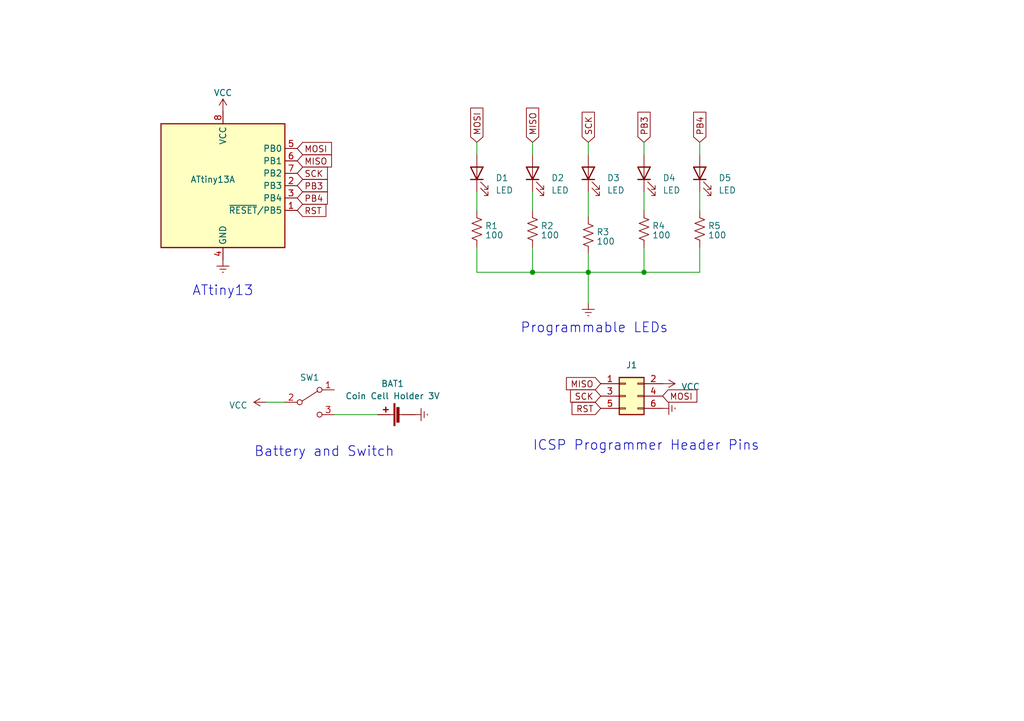
<source format=kicad_sch>
(kicad_sch (version 20230121) (generator eeschema)
  (paper "A5")
  (title_block (title "Programmable ICSP Star Necklace") (date "2024-03-22") (rev "1") (company "Angelina Tsuboi"))
  (lib_symbols
    (symbol "Connector_Generic:Conn_02x03_Odd_Even" (pin_names (offset 1.016) hide)
      (property "Reference" "J" (at 1.27 5.08 0))
      (property "Value" "Conn_02x03_Odd_Even" (at 1.27 -5.08 0))
      (symbol "Conn_02x03_Odd_Even_1_1"
        (rectangle (start -1.27 -2.413) (end 0 -2.667) (stroke (width 0.1524)))
        (rectangle (start -1.27 0.127) (end 0 -0.127) (stroke (width 0.1524)))
        (rectangle (start -1.27 2.667) (end 0 2.413) (stroke (width 0.1524)))
        (rectangle (start -1.27 3.81) (end 3.81 -3.81) (stroke (width 0.254)) (fill (type background)))
        (rectangle (start 3.81 -2.413) (end 2.54 -2.667) (stroke (width 0.1524)))
        (rectangle (start 3.81 0.127) (end 2.54 -0.127) (stroke (width 0.1524)))
        (rectangle (start 3.81 2.667) (end 2.54 2.413) (stroke (width 0.1524)))
        (pin passive line (at -5.08 2.54 0) (length 3.81) (name "Pin_1") (number "1"))
        (pin passive line (at 7.62 2.54 180) (length 3.81) (name "Pin_2") (number "2"))
        (pin passive line (at -5.08 0 0) (length 3.81) (name "Pin_3") (number "3"))
        (pin passive line (at 7.62 0 180) (length 3.81) (name "Pin_4") (number "4"))
        (pin passive line (at -5.08 -2.54 0) (length 3.81) (name "Pin_5") (number "5"))
        (pin passive line (at 7.62 -2.54 180) (length 3.81) (name "Pin_6") (number "6"))
      )
    )
    (symbol "Device:Battery_Cell" (pin_numbers hide) (pin_names (offset 0) hide)
      (property "Reference" "BT" (at 2.54 2.54 0))
      (property "Value" "Battery_Cell" (at 2.54 0 0))
      (symbol "Battery_Cell_0_1"
        (rectangle (start -2.286 1.778) (end 2.286 1.524) (fill (type outline)))
        (rectangle (start -1.5748 1.1938) (end 1.4732 0.6858) (fill (type outline)))
        (polyline (pts (xy 0 0.762) (xy 0 0)))
        (polyline (pts (xy 0 1.778) (xy 0 2.54)))
        (polyline (pts (xy 0.508 3.429) (xy 1.524 3.429)) (stroke (width 0.254)))
        (polyline (pts (xy 1.016 3.937) (xy 1.016 2.921)) (stroke (width 0.254)))
      )
      (symbol "Battery_Cell_1_1"
        (pin passive line (at 0 5.08 270) (length 2.54) (name "+") (number "1"))
        (pin passive line (at 0 -2.54 90) (length 2.54) (name "-") (number "2"))
      )
    )
    (symbol "Device:LED" (pin_numbers hide) (pin_names (offset 1.016) hide)
      (property "Reference" "D" (at 0 2.54 0))
      (property "Value" "LED" (at 0 -2.54 0))
      (symbol "LED_0_1"
        (polyline (pts (xy -1.27 -1.27) (xy -1.27 1.27)) (stroke (width 0.254)))
        (polyline (pts (xy -1.27 0) (xy 1.27 0)))
        (polyline (pts (xy 1.27 -1.27) (xy 1.27 1.27) (xy -1.27 0) (xy 1.27 -1.27)) (stroke (width 0.254)))
        (polyline (pts (xy -3.048 -0.762) (xy -4.572 -2.286) (xy -3.81 -2.286) (xy -4.572 -2.286) (xy -4.572 -1.524)))
        (polyline (pts (xy -1.778 -0.762) (xy -3.302 -2.286) (xy -2.54 -2.286) (xy -3.302 -2.286) (xy -3.302 -1.524)))
      )
      (symbol "LED_1_1"
        (pin passive line (at -3.81 0 0) (length 2.54) (name "K") (number "1"))
        (pin passive line (at 3.81 0 180) (length 2.54) (name "A") (number "2"))
      )
    )
    (symbol "Device:R_US" (pin_numbers hide) (pin_names (offset 0))
      (property "Reference" "R" (at 2.54 0 90))
      (property "Value" "R_US" (at -2.54 0 90))
      (symbol "R_US_0_1"
        (polyline (pts (xy 0 -2.286) (xy 0 -2.54)))
        (polyline (pts (xy 0 2.286) (xy 0 2.54)))
        (polyline (pts (xy 0 -0.762) (xy 1.016 -1.143) (xy 0 -1.524) (xy -1.016 -1.905) (xy 0 -2.286)))
        (polyline (pts (xy 0 0.762) (xy 1.016 0.381) (xy 0 0) (xy -1.016 -0.381) (xy 0 -0.762)))
        (polyline (pts (xy 0 2.286) (xy 1.016 1.905) (xy 0 1.524) (xy -1.016 1.143) (xy 0 0.762)))
      )
      (symbol "R_US_1_1"
        (pin passive line (at 0 3.81 270) (length 1.27) (name "~") (number "1"))
        (pin passive line (at 0 -3.81 90) (length 1.27) (name "~") (number "2"))
      )
    )
    (symbol "MCU_Microchip_ATtiny:ATtiny13A-SS"
      (property "Reference" "U" (at -12.7 13.97 0))
      (property "Value" "ATtiny13A-SS" (at 2.54 -13.97 0))
      (symbol "ATtiny13A-SS_0_1"
        (rectangle (start -12.7 -12.7) (end 12.7 12.7) (stroke (width 0.254)) (fill (type background)))
      )
      (symbol "ATtiny13A-SS_1_1"
        (pin bidirectional line (at 15.24 -5.08 180) (length 2.54) (name "~{RESET}/PB5") (number "1"))
        (pin bidirectional line (at 15.24 0 180) (length 2.54) (name "PB3") (number "2"))
        (pin bidirectional line (at 15.24 -2.54 180) (length 2.54) (name "PB4") (number "3"))
        (pin power_in line (at 0 -15.24 90) (length 2.54) (name "GND") (number "4"))
        (pin bidirectional line (at 15.24 7.62 180) (length 2.54) (name "PB0") (number "5"))
        (pin bidirectional line (at 15.24 5.08 180) (length 2.54) (name "PB1") (number "6"))
        (pin bidirectional line (at 15.24 2.54 180) (length 2.54) (name "PB2") (number "7"))
        (pin power_in line (at 0 15.24 270) (length 2.54) (name "VCC") (number "8"))
      )
    )
    (symbol "Switch:SW_SPDT" (pin_names (offset 0) hide)
      (property "Reference" "SW" (at 0 4.318 0))
      (property "Value" "SW_SPDT" (at 0 -5.08 0))
      (symbol "SW_SPDT_0_0"
        (circle (center -2.032 0) (radius 0.508))
        (circle (center 2.032 -2.54) (radius 0.508))
      )
      (symbol "SW_SPDT_0_1"
        (polyline (pts (xy -1.524 0.254) (xy 1.651 2.286)))
        (circle (center 2.032 2.54) (radius 0.508))
      )
      (symbol "SW_SPDT_1_1"
        (pin passive line (at 5.08 2.54 180) (length 2.54) (name "A") (number "1"))
        (pin passive line (at -5.08 0 0) (length 2.54) (name "B") (number "2"))
        (pin passive line (at 5.08 -2.54 180) (length 2.54) (name "C") (number "3"))
      )
    )
    (symbol "power:GNDREF" (power) (pin_names (offset 0))
      (property "Value" "GNDREF" (at 0 -3.81 0))
      (symbol "GNDREF_0_1"
        (polyline (pts (xy -0.635 -1.905) (xy 0.635 -1.905)))
        (polyline (pts (xy -0.127 -2.54) (xy 0.127 -2.54)))
        (polyline (pts (xy 0 -1.27) (xy 0 0)))
        (polyline (pts (xy 1.27 -1.27) (xy -1.27 -1.27)))
      )
      (symbol "GNDREF_1_1"
        (pin power_in line (at 0 0 270) (length 0) hide (name "GNDREF") (number "1"))
      )
    )
    (symbol "power:VCC" (power) (pin_names (offset 0))
      (property "Value" "VCC" (at 0 3.81 0))
      (symbol "VCC_0_1"
        (polyline (pts (xy -0.762 1.27) (xy 0 2.54)))
        (polyline (pts (xy 0 0) (xy 0 2.54)))
        (polyline (pts (xy 0 2.54) (xy 0.762 1.27)))
      )
      (symbol "VCC_1_1"
        (pin power_in line (at 0 0 90) (length 0) hide (name "VCC") (number "1"))
      )
    )
  )
  (junction (at 109.22 55.88))
  (junction (at 132.08 55.88))
  (junction (at 120.65 55.88))
  (wire (pts (xy 109.22 50.8) (xy 109.22 55.88)))
  (wire (pts (xy 143.51 50.8) (xy 143.51 55.88)))
  (wire (pts (xy 109.22 43.18) (xy 109.22 39.37)))
  (wire (pts (xy 120.65 52.07) (xy 120.65 55.88)))
  (wire (pts (xy 132.08 39.37) (xy 132.08 43.18)))
  (wire (pts (xy 97.79 39.37) (xy 97.79 43.18)))
  (wire (pts (xy 109.22 29.21) (xy 109.22 31.75)))
  (wire (pts (xy 143.51 29.21) (xy 143.51 31.75)))
  (wire (pts (xy 120.65 55.88) (xy 132.08 55.88)))
  (wire (pts (xy 132.08 55.88) (xy 143.51 55.88)))
  (wire (pts (xy 120.65 39.37) (xy 120.65 44.45)))
  (wire (pts (xy 54.61 82.55) (xy 58.42 82.55)))
  (wire (pts (xy 97.79 31.75) (xy 97.79 29.21)))
  (wire (pts (xy 109.22 55.88) (xy 120.65 55.88)))
  (wire (pts (xy 120.65 29.21) (xy 120.65 31.75)))
  (wire (pts (xy 120.65 55.88) (xy 120.65 62.23)))
  (wire (pts (xy 132.08 29.21) (xy 132.08 31.75)))
  (wire (pts (xy 97.79 50.8) (xy 97.79 55.88)))
  (wire (pts (xy 68.58 85.09) (xy 77.47 85.09)))
  (wire (pts (xy 132.08 50.8) (xy 132.08 55.88)))
  (wire (pts (xy 97.79 55.88) (xy 109.22 55.88)))
  (wire (pts (xy 143.51 39.37) (xy 143.51 43.18)))
  (text "ICSP Programmer Header Pins\n" (at 109.22 92.71 0) (effects (font (size 2 2)) (justify left bottom)))
  (text "ATtiny13\n" (at 39.37 60.96 0) (effects (font (size 2 2)) (justify left bottom)))
  (text "Programmable LEDs\n" (at 106.68 68.58 0) (effects (font (size 2 2)) (justify left bottom)))
  (text "Battery and Switch\n" (at 52.07 93.98 0) (effects (font (size 2 2)) (justify left bottom)))
  (global_label "MOSI" (shape input) (at 60.96 30.48 0) (property "Intersheetrefs" "${INTERSHEET_REFS}" (effects hide)))
  (global_label "MISO" (shape input) (at 123.19 78.74 180) (property "Intersheetrefs" "${INTERSHEET_REFS}" (effects hide)))
  (global_label "RST" (shape input) (at 60.96 43.18 0) (property "Intersheetrefs" "${INTERSHEET_REFS}" (effects hide)))
  (global_label "PB3" (shape input) (at 132.08 29.21 90) (property "Intersheetrefs" "${INTERSHEET_REFS}" (effects hide)))
  (global_label "SCK" (shape input) (at 60.96 35.56 0) (property "Intersheetrefs" "${INTERSHEET_REFS}" (effects hide)))
  (global_label "MISO" (shape input) (at 60.96 33.02 0) (property "Intersheetrefs" "${INTERSHEET_REFS}" (effects hide)))
  (global_label "MOSI" (shape input) (at 135.89 81.28 0) (property "Intersheetrefs" "${INTERSHEET_REFS}" (effects hide)))
  (global_label "MOSI" (shape input) (at 97.79 29.21 90) (property "Intersheetrefs" "${INTERSHEET_REFS}" (effects hide)))
  (global_label "PB4" (shape input) (at 60.96 40.64 0) (property "Intersheetrefs" "${INTERSHEET_REFS}" (effects hide)))
  (global_label "SCK" (shape input) (at 123.19 81.28 180) (property "Intersheetrefs" "${INTERSHEET_REFS}" (effects hide)))
  (global_label "SCK" (shape input) (at 120.65 29.21 90) (property "Intersheetrefs" "${INTERSHEET_REFS}" (effects hide)))
  (global_label "PB4" (shape input) (at 143.51 29.21 90) (property "Intersheetrefs" "${INTERSHEET_REFS}" (effects hide)))
  (global_label "PB3" (shape input) (at 60.96 38.1 0) (property "Intersheetrefs" "${INTERSHEET_REFS}" (effects hide)))
  (global_label "RST" (shape input) (at 123.19 83.82 180) (property "Intersheetrefs" "${INTERSHEET_REFS}" (effects hide)))
  (global_label "MISO" (shape input) (at 109.22 29.21 90) (property "Intersheetrefs" "${INTERSHEET_REFS}" (effects hide)))
  (symbol (lib_id "Device:R_US") (at 132.08 46.99 0) (unit 1)
    (property "Reference" "R4" (at 133.731 46.3463 0) (effects (justify left)))
    (property "Value" "100" (at 133.731 48.2673 0) (effects (justify left)))
    (property "Footprint" "Resistor_SMD:R_0805_2012Metric" (effects hide))
  )
  (symbol (lib_id "Device:R_US") (at 109.22 46.99 0) (unit 1)
    (property "Reference" "R2" (at 110.871 46.3463 0) (effects (justify left)))
    (property "Value" "100" (at 110.871 48.2673 0) (effects (justify left)))
    (property "Footprint" "Resistor_SMD:R_0805_2012Metric" (effects hide))
  )
  (symbol (lib_id "Device:LED") (at 120.65 35.56 90) (unit 1)
    (property "Reference" "D3" (at 124.46 36.5125 90) (effects (justify right)))
    (property "Value" "LED" (at 124.46 39.0525 90) (effects (justify right)))
    (property "Footprint" "LED_SMD:LED_0603_1608Metric" (effects hide))
  )
  (symbol (lib_id "power:GNDREF") (at 120.65 62.23 0) (unit 1)
    (property "Reference" "#PWR02" (effects hide))
    (property "Value" "GNDREF" (effects hide))
  )
  (symbol (lib_id "Device:LED") (at 97.79 35.56 90) (unit 1)
    (property "Reference" "D1" (at 101.6 36.5125 90) (effects (justify right)))
    (property "Value" "LED" (at 101.6 39.0525 90) (effects (justify right)))
    (property "Footprint" "LED_SMD:LED_0603_1608Metric" (effects hide))
  )
  (symbol (lib_id "power:GNDREF") (at 85.09 85.09 90) (unit 1)
    (property "Reference" "#PWR04" (effects hide))
    (property "Value" "GNDREF" (effects hide))
  )
  (symbol (lib_id "Device:LED") (at 132.08 35.56 90) (unit 1)
    (property "Reference" "D4" (at 135.89 36.5125 90) (effects (justify right)))
    (property "Value" "LED" (at 135.89 39.0525 90) (effects (justify right)))
    (property "Footprint" "LED_SMD:LED_0603_1608Metric" (effects hide))
  )
  (symbol (lib_id "Device:LED") (at 143.51 35.56 90) (unit 1)
    (property "Reference" "D5" (at 147.32 36.5125 90) (effects (justify right)))
    (property "Value" "LED" (at 147.32 39.0525 90) (effects (justify right)))
    (property "Footprint" "LED_SMD:LED_0603_1608Metric" (effects hide))
  )
  (symbol (lib_id "Device:R_US") (at 143.51 46.99 0) (unit 1)
    (property "Reference" "R5" (at 145.161 46.3463 0) (effects (justify left)))
    (property "Value" "100" (at 145.161 48.2673 0) (effects (justify left)))
    (property "Footprint" "Resistor_SMD:R_0805_2012Metric" (effects hide))
  )
  (symbol (lib_id "Switch:SW_SPDT") (at 63.5 82.55 0) (unit 1)
    (property "Reference" "SW1" (at 63.5 77.47 0))
    (property "Value" "SW_SPDT" (effects hide))
    (property "Footprint" "SW SS12D:Schiebeschalter SS-12D00.kicad_mod" (effects hide))
  )
  (symbol (lib_id "power:GNDREF") (at 135.89 83.82 90) (unit 1)
    (property "Reference" "#PWR07" (effects hide))
    (property "Value" "GNDREF" (effects hide))
  )
  (symbol (lib_id "Connector_Generic:Conn_02x03_Odd_Even") (at 128.27 81.28 0) (unit 1)
    (property "Reference" "J1" (at 129.54 74.93 0))
    (property "Value" "Conn_02x03_Odd_Even" (effects hide))
  )
  (symbol (lib_id "power:VCC") (at 135.89 78.74 270) (unit 1)
    (property "Reference" "#PWR01" (effects hide))
    (property "Value" "VCC" (at 139.7 79.375 90) (effects (justify left)))
  )
  (symbol (lib_id "power:GNDREF") (at 45.72 53.34 0) (unit 1)
    (property "Reference" "#PWR06" (effects hide))
    (property "Value" "GNDREF" (effects hide))
  )
  (symbol (lib_id "power:VCC") (at 54.61 82.55 90) (unit 1)
    (property "Reference" "#PWR03" (effects hide))
    (property "Value" "VCC" (at 50.8 83.185 90) (effects (justify left)))
  )
  (symbol (lib_id "power:VCC") (at 45.72 22.86 0) (unit 1)
    (property "Reference" "#PWR05" (effects hide))
    (property "Value" "VCC" (at 45.72 19.05 0))
  )
  (symbol (lib_id "Device:Battery_Cell") (at 82.55 85.09 90) (unit 1)
    (property "Reference" "BAT1" (at 80.518 78.74 90))
    (property "Value" "Coin Cell Holder 3V" (at 80.518 81.28 90))
    (property "Footprint" "Battery:BatteryHolder_Keystone_1058_1x2032" (effects hide))
  )
  (symbol (lib_id "MCU_Microchip_ATtiny:ATtiny13A-SS") (at 45.72 38.1 0) (unit 1)
    (property "Reference" "U1" (effects hide))
    (property "Value" "ATtiny13A" (at 48.26 36.83 0) (effects (justify right)))
    (property "Footprint" "Package_SO:SOIC-8_3.9x4.9mm_P1.27mm" (effects hide))
    (property "Datasheet" "http://ww1.microchip.com/downloads/en/DeviceDoc/doc8126.pdf" (effects hide))
  )
  (symbol (lib_id "Device:LED") (at 109.22 35.56 90) (unit 1)
    (property "Reference" "D2" (at 113.03 36.5125 90) (effects (justify right)))
    (property "Value" "LED" (at 113.03 39.0525 90) (effects (justify right)))
    (property "Footprint" "LED_SMD:LED_0603_1608Metric" (effects hide))
  )
  (symbol (lib_id "Device:R_US") (at 120.65 48.26 0) (unit 1)
    (property "Reference" "R3" (at 122.301 47.6163 0) (effects (justify left)))
    (property "Value" "100" (at 122.301 49.5373 0) (effects (justify left)))
    (property "Footprint" "Resistor_SMD:R_0805_2012Metric" (effects hide))
  )
  (symbol (lib_id "Device:R_US") (at 97.79 46.99 0) (unit 1)
    (property "Reference" "R1" (at 99.441 46.3463 0) (effects (justify left)))
    (property "Value" "100" (at 99.441 48.2673 0) (effects (justify left)))
    (property "Footprint" "Resistor_SMD:R_0805_2012Metric" (effects hide))
  )
)
</source>
